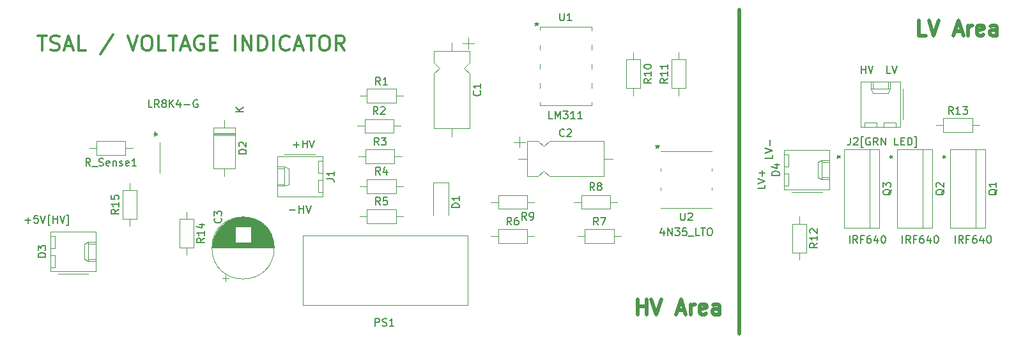
<source format=gbr>
%TF.GenerationSoftware,KiCad,Pcbnew,(6.0.2)*%
%TF.CreationDate,2022-03-20T13:20:32+09:00*%
%TF.ProjectId,TSAL&VOLTAGE_INDICATOR (1),5453414c-2656-44f4-9c54-4147455f494e,rev?*%
%TF.SameCoordinates,Original*%
%TF.FileFunction,Legend,Top*%
%TF.FilePolarity,Positive*%
%FSLAX46Y46*%
G04 Gerber Fmt 4.6, Leading zero omitted, Abs format (unit mm)*
G04 Created by KiCad (PCBNEW (6.0.2)) date 2022-03-20 13:20:32*
%MOMM*%
%LPD*%
G01*
G04 APERTURE LIST*
%ADD10C,0.500000*%
%ADD11C,0.300000*%
%ADD12C,0.150000*%
%ADD13C,0.120000*%
G04 APERTURE END LIST*
D10*
X146000000Y-141500000D02*
X146000000Y-98500000D01*
X132571428Y-138904761D02*
X132571428Y-136904761D01*
X132571428Y-137857142D02*
X133714285Y-137857142D01*
X133714285Y-138904761D02*
X133714285Y-136904761D01*
X134380952Y-136904761D02*
X135047619Y-138904761D01*
X135714285Y-136904761D01*
X137809523Y-138333333D02*
X138761904Y-138333333D01*
X137619047Y-138904761D02*
X138285714Y-136904761D01*
X138952380Y-138904761D01*
X139619047Y-138904761D02*
X139619047Y-137571428D01*
X139619047Y-137952380D02*
X139714285Y-137761904D01*
X139809523Y-137666666D01*
X140000000Y-137571428D01*
X140190476Y-137571428D01*
X141619047Y-138809523D02*
X141428571Y-138904761D01*
X141047619Y-138904761D01*
X140857142Y-138809523D01*
X140761904Y-138619047D01*
X140761904Y-137857142D01*
X140857142Y-137666666D01*
X141047619Y-137571428D01*
X141428571Y-137571428D01*
X141619047Y-137666666D01*
X141714285Y-137857142D01*
X141714285Y-138047619D01*
X140761904Y-138238095D01*
X143428571Y-138904761D02*
X143428571Y-137857142D01*
X143333333Y-137666666D01*
X143142857Y-137571428D01*
X142761904Y-137571428D01*
X142571428Y-137666666D01*
X143428571Y-138809523D02*
X143238095Y-138904761D01*
X142761904Y-138904761D01*
X142571428Y-138809523D01*
X142476190Y-138619047D01*
X142476190Y-138428571D01*
X142571428Y-138238095D01*
X142761904Y-138142857D01*
X143238095Y-138142857D01*
X143428571Y-138047619D01*
X170761904Y-101904761D02*
X169809523Y-101904761D01*
X169809523Y-99904761D01*
X171142857Y-99904761D02*
X171809523Y-101904761D01*
X172476190Y-99904761D01*
X174571428Y-101333333D02*
X175523809Y-101333333D01*
X174380952Y-101904761D02*
X175047619Y-99904761D01*
X175714285Y-101904761D01*
X176380952Y-101904761D02*
X176380952Y-100571428D01*
X176380952Y-100952380D02*
X176476190Y-100761904D01*
X176571428Y-100666666D01*
X176761904Y-100571428D01*
X176952380Y-100571428D01*
X178380952Y-101809523D02*
X178190476Y-101904761D01*
X177809523Y-101904761D01*
X177619047Y-101809523D01*
X177523809Y-101619047D01*
X177523809Y-100857142D01*
X177619047Y-100666666D01*
X177809523Y-100571428D01*
X178190476Y-100571428D01*
X178380952Y-100666666D01*
X178476190Y-100857142D01*
X178476190Y-101047619D01*
X177523809Y-101238095D01*
X180190476Y-101904761D02*
X180190476Y-100857142D01*
X180095238Y-100666666D01*
X179904761Y-100571428D01*
X179523809Y-100571428D01*
X179333333Y-100666666D01*
X180190476Y-101809523D02*
X180000000Y-101904761D01*
X179523809Y-101904761D01*
X179333333Y-101809523D01*
X179238095Y-101619047D01*
X179238095Y-101428571D01*
X179333333Y-101238095D01*
X179523809Y-101142857D01*
X180000000Y-101142857D01*
X180190476Y-101047619D01*
D11*
X53071428Y-101904761D02*
X54214285Y-101904761D01*
X53642857Y-103904761D02*
X53642857Y-101904761D01*
X54785714Y-103809523D02*
X55071428Y-103904761D01*
X55547619Y-103904761D01*
X55738095Y-103809523D01*
X55833333Y-103714285D01*
X55928571Y-103523809D01*
X55928571Y-103333333D01*
X55833333Y-103142857D01*
X55738095Y-103047619D01*
X55547619Y-102952380D01*
X55166666Y-102857142D01*
X54976190Y-102761904D01*
X54880952Y-102666666D01*
X54785714Y-102476190D01*
X54785714Y-102285714D01*
X54880952Y-102095238D01*
X54976190Y-102000000D01*
X55166666Y-101904761D01*
X55642857Y-101904761D01*
X55928571Y-102000000D01*
X56690476Y-103333333D02*
X57642857Y-103333333D01*
X56500000Y-103904761D02*
X57166666Y-101904761D01*
X57833333Y-103904761D01*
X59452380Y-103904761D02*
X58500000Y-103904761D01*
X58500000Y-101904761D01*
X63071428Y-101809523D02*
X61357142Y-104380952D01*
X64976190Y-101904761D02*
X65642857Y-103904761D01*
X66309523Y-101904761D01*
X67357142Y-101904761D02*
X67738095Y-101904761D01*
X67928571Y-102000000D01*
X68119047Y-102190476D01*
X68214285Y-102571428D01*
X68214285Y-103238095D01*
X68119047Y-103619047D01*
X67928571Y-103809523D01*
X67738095Y-103904761D01*
X67357142Y-103904761D01*
X67166666Y-103809523D01*
X66976190Y-103619047D01*
X66880952Y-103238095D01*
X66880952Y-102571428D01*
X66976190Y-102190476D01*
X67166666Y-102000000D01*
X67357142Y-101904761D01*
X70023809Y-103904761D02*
X69071428Y-103904761D01*
X69071428Y-101904761D01*
X70404761Y-101904761D02*
X71547619Y-101904761D01*
X70976190Y-103904761D02*
X70976190Y-101904761D01*
X72119047Y-103333333D02*
X73071428Y-103333333D01*
X71928571Y-103904761D02*
X72595238Y-101904761D01*
X73261904Y-103904761D01*
X74976190Y-102000000D02*
X74785714Y-101904761D01*
X74500000Y-101904761D01*
X74214285Y-102000000D01*
X74023809Y-102190476D01*
X73928571Y-102380952D01*
X73833333Y-102761904D01*
X73833333Y-103047619D01*
X73928571Y-103428571D01*
X74023809Y-103619047D01*
X74214285Y-103809523D01*
X74500000Y-103904761D01*
X74690476Y-103904761D01*
X74976190Y-103809523D01*
X75071428Y-103714285D01*
X75071428Y-103047619D01*
X74690476Y-103047619D01*
X75928571Y-102857142D02*
X76595238Y-102857142D01*
X76880952Y-103904761D02*
X75928571Y-103904761D01*
X75928571Y-101904761D01*
X76880952Y-101904761D01*
X79261904Y-103904761D02*
X79261904Y-101904761D01*
X80214285Y-103904761D02*
X80214285Y-101904761D01*
X81357142Y-103904761D01*
X81357142Y-101904761D01*
X82309523Y-103904761D02*
X82309523Y-101904761D01*
X82785714Y-101904761D01*
X83071428Y-102000000D01*
X83261904Y-102190476D01*
X83357142Y-102380952D01*
X83452380Y-102761904D01*
X83452380Y-103047619D01*
X83357142Y-103428571D01*
X83261904Y-103619047D01*
X83071428Y-103809523D01*
X82785714Y-103904761D01*
X82309523Y-103904761D01*
X84309523Y-103904761D02*
X84309523Y-101904761D01*
X86404761Y-103714285D02*
X86309523Y-103809523D01*
X86023809Y-103904761D01*
X85833333Y-103904761D01*
X85547619Y-103809523D01*
X85357142Y-103619047D01*
X85261904Y-103428571D01*
X85166666Y-103047619D01*
X85166666Y-102761904D01*
X85261904Y-102380952D01*
X85357142Y-102190476D01*
X85547619Y-102000000D01*
X85833333Y-101904761D01*
X86023809Y-101904761D01*
X86309523Y-102000000D01*
X86404761Y-102095238D01*
X87166666Y-103333333D02*
X88119047Y-103333333D01*
X86976190Y-103904761D02*
X87642857Y-101904761D01*
X88309523Y-103904761D01*
X88690476Y-101904761D02*
X89833333Y-101904761D01*
X89261904Y-103904761D02*
X89261904Y-101904761D01*
X90880952Y-101904761D02*
X91261904Y-101904761D01*
X91452380Y-102000000D01*
X91642857Y-102190476D01*
X91738095Y-102571428D01*
X91738095Y-103238095D01*
X91642857Y-103619047D01*
X91452380Y-103809523D01*
X91261904Y-103904761D01*
X90880952Y-103904761D01*
X90690476Y-103809523D01*
X90500000Y-103619047D01*
X90404761Y-103238095D01*
X90404761Y-102571428D01*
X90500000Y-102190476D01*
X90690476Y-102000000D01*
X90880952Y-101904761D01*
X93738095Y-103904761D02*
X93071428Y-102952380D01*
X92595238Y-103904761D02*
X92595238Y-101904761D01*
X93357142Y-101904761D01*
X93547619Y-102000000D01*
X93642857Y-102095238D01*
X93738095Y-102285714D01*
X93738095Y-102571428D01*
X93642857Y-102761904D01*
X93547619Y-102857142D01*
X93357142Y-102952380D01*
X92595238Y-102952380D01*
D12*
X149452380Y-121738095D02*
X149452380Y-122214285D01*
X148452380Y-122214285D01*
X148452380Y-121547619D02*
X149452380Y-121214285D01*
X148452380Y-120880952D01*
X149071428Y-120547619D02*
X149071428Y-119785714D01*
X149452380Y-120166666D02*
X148690476Y-120166666D01*
X51373863Y-126414428D02*
X52135767Y-126414428D01*
X51754815Y-126795380D02*
X51754815Y-126033476D01*
X53088148Y-125795380D02*
X52611958Y-125795380D01*
X52564339Y-126271571D01*
X52611958Y-126223952D01*
X52707196Y-126176333D01*
X52945291Y-126176333D01*
X53040529Y-126223952D01*
X53088148Y-126271571D01*
X53135767Y-126366809D01*
X53135767Y-126604904D01*
X53088148Y-126700142D01*
X53040529Y-126747761D01*
X52945291Y-126795380D01*
X52707196Y-126795380D01*
X52611958Y-126747761D01*
X52564339Y-126700142D01*
X53421482Y-125795380D02*
X53754815Y-126795380D01*
X54088148Y-125795380D01*
X54707196Y-127128714D02*
X54469101Y-127128714D01*
X54469101Y-125700142D01*
X54707196Y-125700142D01*
X55088148Y-126795380D02*
X55088148Y-125795380D01*
X55088148Y-126271571D02*
X55659577Y-126271571D01*
X55659577Y-126795380D02*
X55659577Y-125795380D01*
X55992910Y-125795380D02*
X56326244Y-126795380D01*
X56659577Y-125795380D01*
X56897672Y-127128714D02*
X57135767Y-127128714D01*
X57135767Y-125700142D01*
X56897672Y-125700142D01*
X86465291Y-125071428D02*
X87227196Y-125071428D01*
X87703386Y-125452380D02*
X87703386Y-124452380D01*
X87703386Y-124928571D02*
X88274815Y-124928571D01*
X88274815Y-125452380D02*
X88274815Y-124452380D01*
X88608148Y-124452380D02*
X88941482Y-125452380D01*
X89274815Y-124452380D01*
X162190476Y-106952380D02*
X162190476Y-105952380D01*
X162190476Y-106428571D02*
X162761904Y-106428571D01*
X162761904Y-106952380D02*
X162761904Y-105952380D01*
X163095238Y-105952380D02*
X163428571Y-106952380D01*
X163761904Y-105952380D01*
X166095238Y-106952380D02*
X165619047Y-106952380D01*
X165619047Y-105952380D01*
X166285714Y-105952380D02*
X166619047Y-106952380D01*
X166952380Y-105952380D01*
X86945291Y-116414428D02*
X87707196Y-116414428D01*
X87326244Y-116795380D02*
X87326244Y-116033476D01*
X88183386Y-116795380D02*
X88183386Y-115795380D01*
X88183386Y-116271571D02*
X88754815Y-116271571D01*
X88754815Y-116795380D02*
X88754815Y-115795380D01*
X89088148Y-115795380D02*
X89421482Y-116795380D01*
X89754815Y-115795380D01*
X150452380Y-117738095D02*
X150452380Y-118214285D01*
X149452380Y-118214285D01*
X149452380Y-117547619D02*
X150452380Y-117214285D01*
X149452380Y-116880952D01*
X150071428Y-116547619D02*
X150071428Y-115785714D01*
%TO.C,J2[GRN LED]*%
X160738095Y-115452380D02*
X160738095Y-116166666D01*
X160690476Y-116309523D01*
X160595238Y-116404761D01*
X160452380Y-116452380D01*
X160357142Y-116452380D01*
X161166666Y-115547619D02*
X161214285Y-115500000D01*
X161309523Y-115452380D01*
X161547619Y-115452380D01*
X161642857Y-115500000D01*
X161690476Y-115547619D01*
X161738095Y-115642857D01*
X161738095Y-115738095D01*
X161690476Y-115880952D01*
X161119047Y-116452380D01*
X161738095Y-116452380D01*
X162452380Y-116785714D02*
X162214285Y-116785714D01*
X162214285Y-115357142D01*
X162452380Y-115357142D01*
X163357142Y-115500000D02*
X163261904Y-115452380D01*
X163119047Y-115452380D01*
X162976190Y-115500000D01*
X162880952Y-115595238D01*
X162833333Y-115690476D01*
X162785714Y-115880952D01*
X162785714Y-116023809D01*
X162833333Y-116214285D01*
X162880952Y-116309523D01*
X162976190Y-116404761D01*
X163119047Y-116452380D01*
X163214285Y-116452380D01*
X163357142Y-116404761D01*
X163404761Y-116357142D01*
X163404761Y-116023809D01*
X163214285Y-116023809D01*
X164404761Y-116452380D02*
X164071428Y-115976190D01*
X163833333Y-116452380D02*
X163833333Y-115452380D01*
X164214285Y-115452380D01*
X164309523Y-115500000D01*
X164357142Y-115547619D01*
X164404761Y-115642857D01*
X164404761Y-115785714D01*
X164357142Y-115880952D01*
X164309523Y-115928571D01*
X164214285Y-115976190D01*
X163833333Y-115976190D01*
X164833333Y-116452380D02*
X164833333Y-115452380D01*
X165404761Y-116452380D01*
X165404761Y-115452380D01*
X167119047Y-116452380D02*
X166642857Y-116452380D01*
X166642857Y-115452380D01*
X167452380Y-115928571D02*
X167785714Y-115928571D01*
X167928571Y-116452380D02*
X167452380Y-116452380D01*
X167452380Y-115452380D01*
X167928571Y-115452380D01*
X168357142Y-116452380D02*
X168357142Y-115452380D01*
X168595238Y-115452380D01*
X168738095Y-115500000D01*
X168833333Y-115595238D01*
X168880952Y-115690476D01*
X168928571Y-115880952D01*
X168928571Y-116023809D01*
X168880952Y-116214285D01*
X168833333Y-116309523D01*
X168738095Y-116404761D01*
X168595238Y-116452380D01*
X168357142Y-116452380D01*
X169261904Y-116785714D02*
X169500000Y-116785714D01*
X169500000Y-115357142D01*
X169261904Y-115357142D01*
%TO.C,PS1*%
X97785714Y-140452380D02*
X97785714Y-139452380D01*
X98166666Y-139452380D01*
X98261904Y-139500000D01*
X98309523Y-139547619D01*
X98357142Y-139642857D01*
X98357142Y-139785714D01*
X98309523Y-139880952D01*
X98261904Y-139928571D01*
X98166666Y-139976190D01*
X97785714Y-139976190D01*
X98738095Y-140404761D02*
X98880952Y-140452380D01*
X99119047Y-140452380D01*
X99214285Y-140404761D01*
X99261904Y-140357142D01*
X99309523Y-140261904D01*
X99309523Y-140166666D01*
X99261904Y-140071428D01*
X99214285Y-140023809D01*
X99119047Y-139976190D01*
X98928571Y-139928571D01*
X98833333Y-139880952D01*
X98785714Y-139833333D01*
X98738095Y-139738095D01*
X98738095Y-139642857D01*
X98785714Y-139547619D01*
X98833333Y-139500000D01*
X98928571Y-139452380D01*
X99166666Y-139452380D01*
X99309523Y-139500000D01*
X100261904Y-140452380D02*
X99690476Y-140452380D01*
X99976190Y-140452380D02*
X99976190Y-139452380D01*
X99880952Y-139595238D01*
X99785714Y-139690476D01*
X99690476Y-139738095D01*
%TO.C,R13*%
X174357142Y-112342380D02*
X174023809Y-111866190D01*
X173785714Y-112342380D02*
X173785714Y-111342380D01*
X174166666Y-111342380D01*
X174261904Y-111390000D01*
X174309523Y-111437619D01*
X174357142Y-111532857D01*
X174357142Y-111675714D01*
X174309523Y-111770952D01*
X174261904Y-111818571D01*
X174166666Y-111866190D01*
X173785714Y-111866190D01*
X175309523Y-112342380D02*
X174738095Y-112342380D01*
X175023809Y-112342380D02*
X175023809Y-111342380D01*
X174928571Y-111485238D01*
X174833333Y-111580476D01*
X174738095Y-111628095D01*
X175642857Y-111342380D02*
X176261904Y-111342380D01*
X175928571Y-111723333D01*
X176071428Y-111723333D01*
X176166666Y-111770952D01*
X176214285Y-111818571D01*
X176261904Y-111913809D01*
X176261904Y-112151904D01*
X176214285Y-112247142D01*
X176166666Y-112294761D01*
X176071428Y-112342380D01*
X175785714Y-112342380D01*
X175690476Y-112294761D01*
X175642857Y-112247142D01*
%TO.C,R15*%
X63810980Y-124985857D02*
X63334790Y-125319190D01*
X63810980Y-125557285D02*
X62810980Y-125557285D01*
X62810980Y-125176333D01*
X62858600Y-125081095D01*
X62906219Y-125033476D01*
X63001457Y-124985857D01*
X63144314Y-124985857D01*
X63239552Y-125033476D01*
X63287171Y-125081095D01*
X63334790Y-125176333D01*
X63334790Y-125557285D01*
X63810980Y-124033476D02*
X63810980Y-124604904D01*
X63810980Y-124319190D02*
X62810980Y-124319190D01*
X62953838Y-124414428D01*
X63049076Y-124509666D01*
X63096695Y-124604904D01*
X62810980Y-123128714D02*
X62810980Y-123604904D01*
X63287171Y-123652523D01*
X63239552Y-123604904D01*
X63191933Y-123509666D01*
X63191933Y-123271571D01*
X63239552Y-123176333D01*
X63287171Y-123128714D01*
X63382409Y-123081095D01*
X63620504Y-123081095D01*
X63715742Y-123128714D01*
X63763361Y-123176333D01*
X63810980Y-123271571D01*
X63810980Y-123509666D01*
X63763361Y-123604904D01*
X63715742Y-123652523D01*
%TO.C,R11*%
X136532380Y-107642857D02*
X136056190Y-107976190D01*
X136532380Y-108214285D02*
X135532380Y-108214285D01*
X135532380Y-107833333D01*
X135580000Y-107738095D01*
X135627619Y-107690476D01*
X135722857Y-107642857D01*
X135865714Y-107642857D01*
X135960952Y-107690476D01*
X136008571Y-107738095D01*
X136056190Y-107833333D01*
X136056190Y-108214285D01*
X136532380Y-106690476D02*
X136532380Y-107261904D01*
X136532380Y-106976190D02*
X135532380Y-106976190D01*
X135675238Y-107071428D01*
X135770476Y-107166666D01*
X135818095Y-107261904D01*
X136532380Y-105738095D02*
X136532380Y-106309523D01*
X136532380Y-106023809D02*
X135532380Y-106023809D01*
X135675238Y-106119047D01*
X135770476Y-106214285D01*
X135818095Y-106309523D01*
%TO.C,D3*%
X54110980Y-131311095D02*
X53110980Y-131311095D01*
X53110980Y-131073000D01*
X53158600Y-130930142D01*
X53253838Y-130834904D01*
X53349076Y-130787285D01*
X53539552Y-130739666D01*
X53682409Y-130739666D01*
X53872885Y-130787285D01*
X53968123Y-130834904D01*
X54063361Y-130930142D01*
X54110980Y-131073000D01*
X54110980Y-131311095D01*
X53110980Y-130406333D02*
X53110980Y-129787285D01*
X53491933Y-130120619D01*
X53491933Y-129977761D01*
X53539552Y-129882523D01*
X53587171Y-129834904D01*
X53682409Y-129787285D01*
X53920504Y-129787285D01*
X54015742Y-129834904D01*
X54063361Y-129882523D01*
X54110980Y-129977761D01*
X54110980Y-130263476D01*
X54063361Y-130358714D01*
X54015742Y-130406333D01*
%TO.C,R10*%
X134372380Y-107642857D02*
X133896190Y-107976190D01*
X134372380Y-108214285D02*
X133372380Y-108214285D01*
X133372380Y-107833333D01*
X133420000Y-107738095D01*
X133467619Y-107690476D01*
X133562857Y-107642857D01*
X133705714Y-107642857D01*
X133800952Y-107690476D01*
X133848571Y-107738095D01*
X133896190Y-107833333D01*
X133896190Y-108214285D01*
X134372380Y-106690476D02*
X134372380Y-107261904D01*
X134372380Y-106976190D02*
X133372380Y-106976190D01*
X133515238Y-107071428D01*
X133610476Y-107166666D01*
X133658095Y-107261904D01*
X133372380Y-106071428D02*
X133372380Y-105976190D01*
X133420000Y-105880952D01*
X133467619Y-105833333D01*
X133562857Y-105785714D01*
X133753333Y-105738095D01*
X133991428Y-105738095D01*
X134181904Y-105785714D01*
X134277142Y-105833333D01*
X134324761Y-105880952D01*
X134372380Y-105976190D01*
X134372380Y-106071428D01*
X134324761Y-106166666D01*
X134277142Y-106214285D01*
X134181904Y-106261904D01*
X133991428Y-106309523D01*
X133753333Y-106309523D01*
X133562857Y-106261904D01*
X133467619Y-106214285D01*
X133420000Y-106166666D01*
X133372380Y-106071428D01*
%TO.C,D4*%
X151332380Y-120468095D02*
X150332380Y-120468095D01*
X150332380Y-120230000D01*
X150380000Y-120087142D01*
X150475238Y-119991904D01*
X150570476Y-119944285D01*
X150760952Y-119896666D01*
X150903809Y-119896666D01*
X151094285Y-119944285D01*
X151189523Y-119991904D01*
X151284761Y-120087142D01*
X151332380Y-120230000D01*
X151332380Y-120468095D01*
X150665714Y-119039523D02*
X151332380Y-119039523D01*
X150284761Y-119277619D02*
X150999047Y-119515714D01*
X150999047Y-118896666D01*
%TO.C,R_Sense1*%
X60040504Y-119215380D02*
X59707171Y-118739190D01*
X59469076Y-119215380D02*
X59469076Y-118215380D01*
X59850028Y-118215380D01*
X59945266Y-118263000D01*
X59992885Y-118310619D01*
X60040504Y-118405857D01*
X60040504Y-118548714D01*
X59992885Y-118643952D01*
X59945266Y-118691571D01*
X59850028Y-118739190D01*
X59469076Y-118739190D01*
X60230980Y-119310619D02*
X60992885Y-119310619D01*
X61183361Y-119167761D02*
X61326219Y-119215380D01*
X61564314Y-119215380D01*
X61659552Y-119167761D01*
X61707171Y-119120142D01*
X61754790Y-119024904D01*
X61754790Y-118929666D01*
X61707171Y-118834428D01*
X61659552Y-118786809D01*
X61564314Y-118739190D01*
X61373838Y-118691571D01*
X61278600Y-118643952D01*
X61230980Y-118596333D01*
X61183361Y-118501095D01*
X61183361Y-118405857D01*
X61230980Y-118310619D01*
X61278600Y-118263000D01*
X61373838Y-118215380D01*
X61611933Y-118215380D01*
X61754790Y-118263000D01*
X62564314Y-119167761D02*
X62469076Y-119215380D01*
X62278600Y-119215380D01*
X62183361Y-119167761D01*
X62135742Y-119072523D01*
X62135742Y-118691571D01*
X62183361Y-118596333D01*
X62278600Y-118548714D01*
X62469076Y-118548714D01*
X62564314Y-118596333D01*
X62611933Y-118691571D01*
X62611933Y-118786809D01*
X62135742Y-118882047D01*
X63040504Y-118548714D02*
X63040504Y-119215380D01*
X63040504Y-118643952D02*
X63088123Y-118596333D01*
X63183361Y-118548714D01*
X63326219Y-118548714D01*
X63421457Y-118596333D01*
X63469076Y-118691571D01*
X63469076Y-119215380D01*
X63897647Y-119167761D02*
X63992885Y-119215380D01*
X64183361Y-119215380D01*
X64278600Y-119167761D01*
X64326219Y-119072523D01*
X64326219Y-119024904D01*
X64278600Y-118929666D01*
X64183361Y-118882047D01*
X64040504Y-118882047D01*
X63945266Y-118834428D01*
X63897647Y-118739190D01*
X63897647Y-118691571D01*
X63945266Y-118596333D01*
X64040504Y-118548714D01*
X64183361Y-118548714D01*
X64278600Y-118596333D01*
X65135742Y-119167761D02*
X65040504Y-119215380D01*
X64850028Y-119215380D01*
X64754790Y-119167761D01*
X64707171Y-119072523D01*
X64707171Y-118691571D01*
X64754790Y-118596333D01*
X64850028Y-118548714D01*
X65040504Y-118548714D01*
X65135742Y-118596333D01*
X65183361Y-118691571D01*
X65183361Y-118786809D01*
X64707171Y-118882047D01*
X66135742Y-119215380D02*
X65564314Y-119215380D01*
X65850028Y-119215380D02*
X65850028Y-118215380D01*
X65754790Y-118358238D01*
X65659552Y-118453476D01*
X65564314Y-118501095D01*
%TO.C,R5*%
X98453333Y-124369880D02*
X98120000Y-123893690D01*
X97881904Y-124369880D02*
X97881904Y-123369880D01*
X98262857Y-123369880D01*
X98358095Y-123417500D01*
X98405714Y-123465119D01*
X98453333Y-123560357D01*
X98453333Y-123703214D01*
X98405714Y-123798452D01*
X98358095Y-123846071D01*
X98262857Y-123893690D01*
X97881904Y-123893690D01*
X99358095Y-123369880D02*
X98881904Y-123369880D01*
X98834285Y-123846071D01*
X98881904Y-123798452D01*
X98977142Y-123750833D01*
X99215238Y-123750833D01*
X99310476Y-123798452D01*
X99358095Y-123846071D01*
X99405714Y-123941309D01*
X99405714Y-124179404D01*
X99358095Y-124274642D01*
X99310476Y-124322261D01*
X99215238Y-124369880D01*
X98977142Y-124369880D01*
X98881904Y-124322261D01*
X98834285Y-124274642D01*
%TO.C,R9*%
X117833333Y-126372380D02*
X117500000Y-125896190D01*
X117261904Y-126372380D02*
X117261904Y-125372380D01*
X117642857Y-125372380D01*
X117738095Y-125420000D01*
X117785714Y-125467619D01*
X117833333Y-125562857D01*
X117833333Y-125705714D01*
X117785714Y-125800952D01*
X117738095Y-125848571D01*
X117642857Y-125896190D01*
X117261904Y-125896190D01*
X118309523Y-126372380D02*
X118500000Y-126372380D01*
X118595238Y-126324761D01*
X118642857Y-126277142D01*
X118738095Y-126134285D01*
X118785714Y-125943809D01*
X118785714Y-125562857D01*
X118738095Y-125467619D01*
X118690476Y-125420000D01*
X118595238Y-125372380D01*
X118404761Y-125372380D01*
X118309523Y-125420000D01*
X118261904Y-125467619D01*
X118214285Y-125562857D01*
X118214285Y-125800952D01*
X118261904Y-125896190D01*
X118309523Y-125943809D01*
X118404761Y-125991428D01*
X118595238Y-125991428D01*
X118690476Y-125943809D01*
X118738095Y-125896190D01*
X118785714Y-125800952D01*
%TO.C,C2*%
X122833333Y-115229642D02*
X122785714Y-115277261D01*
X122642857Y-115324880D01*
X122547619Y-115324880D01*
X122404761Y-115277261D01*
X122309523Y-115182023D01*
X122261904Y-115086785D01*
X122214285Y-114896309D01*
X122214285Y-114753452D01*
X122261904Y-114562976D01*
X122309523Y-114467738D01*
X122404761Y-114372500D01*
X122547619Y-114324880D01*
X122642857Y-114324880D01*
X122785714Y-114372500D01*
X122833333Y-114420119D01*
X123214285Y-114420119D02*
X123261904Y-114372500D01*
X123357142Y-114324880D01*
X123595238Y-114324880D01*
X123690476Y-114372500D01*
X123738095Y-114420119D01*
X123785714Y-114515357D01*
X123785714Y-114610595D01*
X123738095Y-114753452D01*
X123166666Y-115324880D01*
X123785714Y-115324880D01*
%TO.C,Q3*%
X166195319Y-122328838D02*
X166147700Y-122424076D01*
X166052461Y-122519314D01*
X165909604Y-122662171D01*
X165861985Y-122757409D01*
X165861985Y-122852647D01*
X166100080Y-122805028D02*
X166052461Y-122900266D01*
X165957223Y-122995504D01*
X165766747Y-123043123D01*
X165433414Y-123043123D01*
X165242938Y-122995504D01*
X165147700Y-122900266D01*
X165100080Y-122805028D01*
X165100080Y-122614552D01*
X165147700Y-122519314D01*
X165242938Y-122424076D01*
X165433414Y-122376457D01*
X165766747Y-122376457D01*
X165957223Y-122424076D01*
X166052461Y-122519314D01*
X166100080Y-122614552D01*
X166100080Y-122805028D01*
X165100080Y-122043123D02*
X165100080Y-121424076D01*
X165481033Y-121757409D01*
X165481033Y-121614552D01*
X165528652Y-121519314D01*
X165576271Y-121471695D01*
X165671509Y-121424076D01*
X165909604Y-121424076D01*
X166004842Y-121471695D01*
X166052461Y-121519314D01*
X166100080Y-121614552D01*
X166100080Y-121900266D01*
X166052461Y-121995504D01*
X166004842Y-122043123D01*
X174642857Y-129452380D02*
X174642857Y-128452380D01*
X175690476Y-129452380D02*
X175357142Y-128976190D01*
X175119047Y-129452380D02*
X175119047Y-128452380D01*
X175500000Y-128452380D01*
X175595238Y-128500000D01*
X175642857Y-128547619D01*
X175690476Y-128642857D01*
X175690476Y-128785714D01*
X175642857Y-128880952D01*
X175595238Y-128928571D01*
X175500000Y-128976190D01*
X175119047Y-128976190D01*
X176452380Y-128928571D02*
X176119047Y-128928571D01*
X176119047Y-129452380D02*
X176119047Y-128452380D01*
X176595238Y-128452380D01*
X177404761Y-128452380D02*
X177214285Y-128452380D01*
X177119047Y-128500000D01*
X177071428Y-128547619D01*
X176976190Y-128690476D01*
X176928571Y-128880952D01*
X176928571Y-129261904D01*
X176976190Y-129357142D01*
X177023809Y-129404761D01*
X177119047Y-129452380D01*
X177309523Y-129452380D01*
X177404761Y-129404761D01*
X177452380Y-129357142D01*
X177500000Y-129261904D01*
X177500000Y-129023809D01*
X177452380Y-128928571D01*
X177404761Y-128880952D01*
X177309523Y-128833333D01*
X177119047Y-128833333D01*
X177023809Y-128880952D01*
X176976190Y-128928571D01*
X176928571Y-129023809D01*
X178357142Y-128785714D02*
X178357142Y-129452380D01*
X178119047Y-128404761D02*
X177880952Y-129119047D01*
X178500000Y-129119047D01*
X179071428Y-128452380D02*
X179166666Y-128452380D01*
X179261904Y-128500000D01*
X179309523Y-128547619D01*
X179357142Y-128642857D01*
X179404761Y-128833333D01*
X179404761Y-129071428D01*
X179357142Y-129261904D01*
X179309523Y-129357142D01*
X179261904Y-129404761D01*
X179166666Y-129452380D01*
X179071428Y-129452380D01*
X178976190Y-129404761D01*
X178928571Y-129357142D01*
X178880952Y-129261904D01*
X178833333Y-129071428D01*
X178833333Y-128833333D01*
X178880952Y-128642857D01*
X178928571Y-128547619D01*
X178976190Y-128500000D01*
X179071428Y-128452380D01*
X158952380Y-118000000D02*
X159190476Y-118000000D01*
X159095238Y-118238095D02*
X159190476Y-118000000D01*
X159095238Y-117761904D01*
X159380952Y-118142857D02*
X159190476Y-118000000D01*
X159380952Y-117857142D01*
%TO.C,R1*%
X98453333Y-108449880D02*
X98120000Y-107973690D01*
X97881904Y-108449880D02*
X97881904Y-107449880D01*
X98262857Y-107449880D01*
X98358095Y-107497500D01*
X98405714Y-107545119D01*
X98453333Y-107640357D01*
X98453333Y-107783214D01*
X98405714Y-107878452D01*
X98358095Y-107926071D01*
X98262857Y-107973690D01*
X97881904Y-107973690D01*
X99405714Y-108449880D02*
X98834285Y-108449880D01*
X99120000Y-108449880D02*
X99120000Y-107449880D01*
X99024761Y-107592738D01*
X98929523Y-107687976D01*
X98834285Y-107735595D01*
%TO.C,R7*%
X127333333Y-127032380D02*
X127000000Y-126556190D01*
X126761904Y-127032380D02*
X126761904Y-126032380D01*
X127142857Y-126032380D01*
X127238095Y-126080000D01*
X127285714Y-126127619D01*
X127333333Y-126222857D01*
X127333333Y-126365714D01*
X127285714Y-126460952D01*
X127238095Y-126508571D01*
X127142857Y-126556190D01*
X126761904Y-126556190D01*
X127666666Y-126032380D02*
X128333333Y-126032380D01*
X127904761Y-127032380D01*
%TO.C,R2*%
X98143333Y-112369880D02*
X97810000Y-111893690D01*
X97571904Y-112369880D02*
X97571904Y-111369880D01*
X97952857Y-111369880D01*
X98048095Y-111417500D01*
X98095714Y-111465119D01*
X98143333Y-111560357D01*
X98143333Y-111703214D01*
X98095714Y-111798452D01*
X98048095Y-111846071D01*
X97952857Y-111893690D01*
X97571904Y-111893690D01*
X98524285Y-111465119D02*
X98571904Y-111417500D01*
X98667142Y-111369880D01*
X98905238Y-111369880D01*
X99000476Y-111417500D01*
X99048095Y-111465119D01*
X99095714Y-111560357D01*
X99095714Y-111655595D01*
X99048095Y-111798452D01*
X98476666Y-112369880D01*
X99095714Y-112369880D01*
%TO.C,R6*%
X115833333Y-127032380D02*
X115500000Y-126556190D01*
X115261904Y-127032380D02*
X115261904Y-126032380D01*
X115642857Y-126032380D01*
X115738095Y-126080000D01*
X115785714Y-126127619D01*
X115833333Y-126222857D01*
X115833333Y-126365714D01*
X115785714Y-126460952D01*
X115738095Y-126508571D01*
X115642857Y-126556190D01*
X115261904Y-126556190D01*
X116690476Y-126032380D02*
X116500000Y-126032380D01*
X116404761Y-126080000D01*
X116357142Y-126127619D01*
X116261904Y-126270476D01*
X116214285Y-126460952D01*
X116214285Y-126841904D01*
X116261904Y-126937142D01*
X116309523Y-126984761D01*
X116404761Y-127032380D01*
X116595238Y-127032380D01*
X116690476Y-126984761D01*
X116738095Y-126937142D01*
X116785714Y-126841904D01*
X116785714Y-126603809D01*
X116738095Y-126508571D01*
X116690476Y-126460952D01*
X116595238Y-126413333D01*
X116404761Y-126413333D01*
X116309523Y-126460952D01*
X116261904Y-126508571D01*
X116214285Y-126603809D01*
%TO.C,C1*%
X111677142Y-109266666D02*
X111724761Y-109314285D01*
X111772380Y-109457142D01*
X111772380Y-109552380D01*
X111724761Y-109695238D01*
X111629523Y-109790476D01*
X111534285Y-109838095D01*
X111343809Y-109885714D01*
X111200952Y-109885714D01*
X111010476Y-109838095D01*
X110915238Y-109790476D01*
X110820000Y-109695238D01*
X110772380Y-109552380D01*
X110772380Y-109457142D01*
X110820000Y-109314285D01*
X110867619Y-109266666D01*
X111772380Y-108314285D02*
X111772380Y-108885714D01*
X111772380Y-108600000D02*
X110772380Y-108600000D01*
X110915238Y-108695238D01*
X111010476Y-108790476D01*
X111058095Y-108885714D01*
%TO.C,Q1*%
X180195319Y-122328838D02*
X180147700Y-122424076D01*
X180052461Y-122519314D01*
X179909604Y-122662171D01*
X179861985Y-122757409D01*
X179861985Y-122852647D01*
X180100080Y-122805028D02*
X180052461Y-122900266D01*
X179957223Y-122995504D01*
X179766747Y-123043123D01*
X179433414Y-123043123D01*
X179242938Y-122995504D01*
X179147700Y-122900266D01*
X179100080Y-122805028D01*
X179100080Y-122614552D01*
X179147700Y-122519314D01*
X179242938Y-122424076D01*
X179433414Y-122376457D01*
X179766747Y-122376457D01*
X179957223Y-122424076D01*
X180052461Y-122519314D01*
X180100080Y-122614552D01*
X180100080Y-122805028D01*
X180100080Y-121424076D02*
X180100080Y-121995504D01*
X180100080Y-121709790D02*
X179100080Y-121709790D01*
X179242938Y-121805028D01*
X179338176Y-121900266D01*
X179385795Y-121995504D01*
X160642857Y-129452380D02*
X160642857Y-128452380D01*
X161690476Y-129452380D02*
X161357142Y-128976190D01*
X161119047Y-129452380D02*
X161119047Y-128452380D01*
X161500000Y-128452380D01*
X161595238Y-128500000D01*
X161642857Y-128547619D01*
X161690476Y-128642857D01*
X161690476Y-128785714D01*
X161642857Y-128880952D01*
X161595238Y-128928571D01*
X161500000Y-128976190D01*
X161119047Y-128976190D01*
X162452380Y-128928571D02*
X162119047Y-128928571D01*
X162119047Y-129452380D02*
X162119047Y-128452380D01*
X162595238Y-128452380D01*
X163404761Y-128452380D02*
X163214285Y-128452380D01*
X163119047Y-128500000D01*
X163071428Y-128547619D01*
X162976190Y-128690476D01*
X162928571Y-128880952D01*
X162928571Y-129261904D01*
X162976190Y-129357142D01*
X163023809Y-129404761D01*
X163119047Y-129452380D01*
X163309523Y-129452380D01*
X163404761Y-129404761D01*
X163452380Y-129357142D01*
X163500000Y-129261904D01*
X163500000Y-129023809D01*
X163452380Y-128928571D01*
X163404761Y-128880952D01*
X163309523Y-128833333D01*
X163119047Y-128833333D01*
X163023809Y-128880952D01*
X162976190Y-128928571D01*
X162928571Y-129023809D01*
X164357142Y-128785714D02*
X164357142Y-129452380D01*
X164119047Y-128404761D02*
X163880952Y-129119047D01*
X164500000Y-129119047D01*
X165071428Y-128452380D02*
X165166666Y-128452380D01*
X165261904Y-128500000D01*
X165309523Y-128547619D01*
X165357142Y-128642857D01*
X165404761Y-128833333D01*
X165404761Y-129071428D01*
X165357142Y-129261904D01*
X165309523Y-129357142D01*
X165261904Y-129404761D01*
X165166666Y-129452380D01*
X165071428Y-129452380D01*
X164976190Y-129404761D01*
X164928571Y-129357142D01*
X164880952Y-129261904D01*
X164833333Y-129071428D01*
X164833333Y-128833333D01*
X164880952Y-128642857D01*
X164928571Y-128547619D01*
X164976190Y-128500000D01*
X165071428Y-128452380D01*
X172952380Y-118000000D02*
X173190476Y-118000000D01*
X173095238Y-118238095D02*
X173190476Y-118000000D01*
X173095238Y-117761904D01*
X173380952Y-118142857D02*
X173190476Y-118000000D01*
X173380952Y-117857142D01*
%TO.C,U2*%
X138238095Y-125452380D02*
X138238095Y-126261904D01*
X138285714Y-126357142D01*
X138333333Y-126404761D01*
X138428571Y-126452380D01*
X138619047Y-126452380D01*
X138714285Y-126404761D01*
X138761904Y-126357142D01*
X138809523Y-126261904D01*
X138809523Y-125452380D01*
X139238095Y-125547619D02*
X139285714Y-125500000D01*
X139380952Y-125452380D01*
X139619047Y-125452380D01*
X139714285Y-125500000D01*
X139761904Y-125547619D01*
X139809523Y-125642857D01*
X139809523Y-125738095D01*
X139761904Y-125880952D01*
X139190476Y-126452380D01*
X139809523Y-126452380D01*
X136023809Y-127785714D02*
X136023809Y-128452380D01*
X135785714Y-127404761D02*
X135547619Y-128119047D01*
X136166666Y-128119047D01*
X136547619Y-128452380D02*
X136547619Y-127452380D01*
X137119047Y-128452380D01*
X137119047Y-127452380D01*
X137500000Y-127452380D02*
X138119047Y-127452380D01*
X137785714Y-127833333D01*
X137928571Y-127833333D01*
X138023809Y-127880952D01*
X138071428Y-127928571D01*
X138119047Y-128023809D01*
X138119047Y-128261904D01*
X138071428Y-128357142D01*
X138023809Y-128404761D01*
X137928571Y-128452380D01*
X137642857Y-128452380D01*
X137547619Y-128404761D01*
X137500000Y-128357142D01*
X139023809Y-127452380D02*
X138547619Y-127452380D01*
X138500000Y-127928571D01*
X138547619Y-127880952D01*
X138642857Y-127833333D01*
X138880952Y-127833333D01*
X138976190Y-127880952D01*
X139023809Y-127928571D01*
X139071428Y-128023809D01*
X139071428Y-128261904D01*
X139023809Y-128357142D01*
X138976190Y-128404761D01*
X138880952Y-128452380D01*
X138642857Y-128452380D01*
X138547619Y-128404761D01*
X138500000Y-128357142D01*
X139261904Y-128547619D02*
X140023809Y-128547619D01*
X140738095Y-128452380D02*
X140261904Y-128452380D01*
X140261904Y-127452380D01*
X140928571Y-127452380D02*
X141500000Y-127452380D01*
X141214285Y-128452380D02*
X141214285Y-127452380D01*
X142023809Y-127452380D02*
X142214285Y-127452380D01*
X142309523Y-127500000D01*
X142404761Y-127595238D01*
X142452380Y-127785714D01*
X142452380Y-128119047D01*
X142404761Y-128309523D01*
X142309523Y-128404761D01*
X142214285Y-128452380D01*
X142023809Y-128452380D01*
X141928571Y-128404761D01*
X141833333Y-128309523D01*
X141785714Y-128119047D01*
X141785714Y-127785714D01*
X141833333Y-127595238D01*
X141928571Y-127500000D01*
X142023809Y-127452380D01*
X135190000Y-116401080D02*
X135190000Y-116639176D01*
X134951904Y-116543938D02*
X135190000Y-116639176D01*
X135428095Y-116543938D01*
X135047142Y-116829652D02*
X135190000Y-116639176D01*
X135332857Y-116829652D01*
%TO.C,R14*%
X75150980Y-128795857D02*
X74674790Y-129129190D01*
X75150980Y-129367285D02*
X74150980Y-129367285D01*
X74150980Y-128986333D01*
X74198600Y-128891095D01*
X74246219Y-128843476D01*
X74341457Y-128795857D01*
X74484314Y-128795857D01*
X74579552Y-128843476D01*
X74627171Y-128891095D01*
X74674790Y-128986333D01*
X74674790Y-129367285D01*
X75150980Y-127843476D02*
X75150980Y-128414904D01*
X75150980Y-128129190D02*
X74150980Y-128129190D01*
X74293838Y-128224428D01*
X74389076Y-128319666D01*
X74436695Y-128414904D01*
X74484314Y-126986333D02*
X75150980Y-126986333D01*
X74103361Y-127224428D02*
X74817647Y-127462523D01*
X74817647Y-126843476D01*
%TO.C,Q2*%
X173195319Y-122328838D02*
X173147700Y-122424076D01*
X173052461Y-122519314D01*
X172909604Y-122662171D01*
X172861985Y-122757409D01*
X172861985Y-122852647D01*
X173100080Y-122805028D02*
X173052461Y-122900266D01*
X172957223Y-122995504D01*
X172766747Y-123043123D01*
X172433414Y-123043123D01*
X172242938Y-122995504D01*
X172147700Y-122900266D01*
X172100080Y-122805028D01*
X172100080Y-122614552D01*
X172147700Y-122519314D01*
X172242938Y-122424076D01*
X172433414Y-122376457D01*
X172766747Y-122376457D01*
X172957223Y-122424076D01*
X173052461Y-122519314D01*
X173100080Y-122614552D01*
X173100080Y-122805028D01*
X172195319Y-121995504D02*
X172147700Y-121947885D01*
X172100080Y-121852647D01*
X172100080Y-121614552D01*
X172147700Y-121519314D01*
X172195319Y-121471695D01*
X172290557Y-121424076D01*
X172385795Y-121424076D01*
X172528652Y-121471695D01*
X173100080Y-122043123D01*
X173100080Y-121424076D01*
X167642857Y-129452380D02*
X167642857Y-128452380D01*
X168690476Y-129452380D02*
X168357142Y-128976190D01*
X168119047Y-129452380D02*
X168119047Y-128452380D01*
X168500000Y-128452380D01*
X168595238Y-128500000D01*
X168642857Y-128547619D01*
X168690476Y-128642857D01*
X168690476Y-128785714D01*
X168642857Y-128880952D01*
X168595238Y-128928571D01*
X168500000Y-128976190D01*
X168119047Y-128976190D01*
X169452380Y-128928571D02*
X169119047Y-128928571D01*
X169119047Y-129452380D02*
X169119047Y-128452380D01*
X169595238Y-128452380D01*
X170404761Y-128452380D02*
X170214285Y-128452380D01*
X170119047Y-128500000D01*
X170071428Y-128547619D01*
X169976190Y-128690476D01*
X169928571Y-128880952D01*
X169928571Y-129261904D01*
X169976190Y-129357142D01*
X170023809Y-129404761D01*
X170119047Y-129452380D01*
X170309523Y-129452380D01*
X170404761Y-129404761D01*
X170452380Y-129357142D01*
X170500000Y-129261904D01*
X170500000Y-129023809D01*
X170452380Y-128928571D01*
X170404761Y-128880952D01*
X170309523Y-128833333D01*
X170119047Y-128833333D01*
X170023809Y-128880952D01*
X169976190Y-128928571D01*
X169928571Y-129023809D01*
X171357142Y-128785714D02*
X171357142Y-129452380D01*
X171119047Y-128404761D02*
X170880952Y-129119047D01*
X171500000Y-129119047D01*
X172071428Y-128452380D02*
X172166666Y-128452380D01*
X172261904Y-128500000D01*
X172309523Y-128547619D01*
X172357142Y-128642857D01*
X172404761Y-128833333D01*
X172404761Y-129071428D01*
X172357142Y-129261904D01*
X172309523Y-129357142D01*
X172261904Y-129404761D01*
X172166666Y-129452380D01*
X172071428Y-129452380D01*
X171976190Y-129404761D01*
X171928571Y-129357142D01*
X171880952Y-129261904D01*
X171833333Y-129071428D01*
X171833333Y-128833333D01*
X171880952Y-128642857D01*
X171928571Y-128547619D01*
X171976190Y-128500000D01*
X172071428Y-128452380D01*
X165952380Y-118000000D02*
X166190476Y-118000000D01*
X166095238Y-118238095D02*
X166190476Y-118000000D01*
X166095238Y-117761904D01*
X166380952Y-118142857D02*
X166190476Y-118000000D01*
X166380952Y-117857142D01*
%TO.C,R8*%
X126833333Y-122452380D02*
X126500000Y-121976190D01*
X126261904Y-122452380D02*
X126261904Y-121452380D01*
X126642857Y-121452380D01*
X126738095Y-121500000D01*
X126785714Y-121547619D01*
X126833333Y-121642857D01*
X126833333Y-121785714D01*
X126785714Y-121880952D01*
X126738095Y-121928571D01*
X126642857Y-121976190D01*
X126261904Y-121976190D01*
X127404761Y-121880952D02*
X127309523Y-121833333D01*
X127261904Y-121785714D01*
X127214285Y-121690476D01*
X127214285Y-121642857D01*
X127261904Y-121547619D01*
X127309523Y-121500000D01*
X127404761Y-121452380D01*
X127595238Y-121452380D01*
X127690476Y-121500000D01*
X127738095Y-121547619D01*
X127785714Y-121642857D01*
X127785714Y-121690476D01*
X127738095Y-121785714D01*
X127690476Y-121833333D01*
X127595238Y-121880952D01*
X127404761Y-121880952D01*
X127309523Y-121928571D01*
X127261904Y-121976190D01*
X127214285Y-122071428D01*
X127214285Y-122261904D01*
X127261904Y-122357142D01*
X127309523Y-122404761D01*
X127404761Y-122452380D01*
X127595238Y-122452380D01*
X127690476Y-122404761D01*
X127738095Y-122357142D01*
X127785714Y-122261904D01*
X127785714Y-122071428D01*
X127738095Y-121976190D01*
X127690476Y-121928571D01*
X127595238Y-121880952D01*
%TO.C,C3*%
X77357142Y-126166666D02*
X77404761Y-126214285D01*
X77452380Y-126357142D01*
X77452380Y-126452380D01*
X77404761Y-126595238D01*
X77309523Y-126690476D01*
X77214285Y-126738095D01*
X77023809Y-126785714D01*
X76880952Y-126785714D01*
X76690476Y-126738095D01*
X76595238Y-126690476D01*
X76500000Y-126595238D01*
X76452380Y-126452380D01*
X76452380Y-126357142D01*
X76500000Y-126214285D01*
X76547619Y-126166666D01*
X76452380Y-125833333D02*
X76452380Y-125214285D01*
X76833333Y-125547619D01*
X76833333Y-125404761D01*
X76880952Y-125309523D01*
X76928571Y-125261904D01*
X77023809Y-125214285D01*
X77261904Y-125214285D01*
X77357142Y-125261904D01*
X77404761Y-125309523D01*
X77452380Y-125404761D01*
X77452380Y-125690476D01*
X77404761Y-125785714D01*
X77357142Y-125833333D01*
%TO.C,J1*%
X91350980Y-120946333D02*
X92065266Y-120946333D01*
X92208123Y-120993952D01*
X92303361Y-121089190D01*
X92350980Y-121232047D01*
X92350980Y-121327285D01*
X92350980Y-119946333D02*
X92350980Y-120517761D01*
X92350980Y-120232047D02*
X91350980Y-120232047D01*
X91493838Y-120327285D01*
X91589076Y-120422523D01*
X91636695Y-120517761D01*
%TO.C,U3*%
X68238095Y-111452380D02*
X67761904Y-111452380D01*
X67761904Y-110452380D01*
X69142857Y-111452380D02*
X68809523Y-110976190D01*
X68571428Y-111452380D02*
X68571428Y-110452380D01*
X68952380Y-110452380D01*
X69047619Y-110500000D01*
X69095238Y-110547619D01*
X69142857Y-110642857D01*
X69142857Y-110785714D01*
X69095238Y-110880952D01*
X69047619Y-110928571D01*
X68952380Y-110976190D01*
X68571428Y-110976190D01*
X69714285Y-110880952D02*
X69619047Y-110833333D01*
X69571428Y-110785714D01*
X69523809Y-110690476D01*
X69523809Y-110642857D01*
X69571428Y-110547619D01*
X69619047Y-110500000D01*
X69714285Y-110452380D01*
X69904761Y-110452380D01*
X70000000Y-110500000D01*
X70047619Y-110547619D01*
X70095238Y-110642857D01*
X70095238Y-110690476D01*
X70047619Y-110785714D01*
X70000000Y-110833333D01*
X69904761Y-110880952D01*
X69714285Y-110880952D01*
X69619047Y-110928571D01*
X69571428Y-110976190D01*
X69523809Y-111071428D01*
X69523809Y-111261904D01*
X69571428Y-111357142D01*
X69619047Y-111404761D01*
X69714285Y-111452380D01*
X69904761Y-111452380D01*
X70000000Y-111404761D01*
X70047619Y-111357142D01*
X70095238Y-111261904D01*
X70095238Y-111071428D01*
X70047619Y-110976190D01*
X70000000Y-110928571D01*
X69904761Y-110880952D01*
X70523809Y-111452380D02*
X70523809Y-110452380D01*
X71095238Y-111452380D02*
X70666666Y-110880952D01*
X71095238Y-110452380D02*
X70523809Y-111023809D01*
X71952380Y-110785714D02*
X71952380Y-111452380D01*
X71714285Y-110404761D02*
X71476190Y-111119047D01*
X72095238Y-111119047D01*
X72476190Y-111071428D02*
X73238095Y-111071428D01*
X74238095Y-110500000D02*
X74142857Y-110452380D01*
X74000000Y-110452380D01*
X73857142Y-110500000D01*
X73761904Y-110595238D01*
X73714285Y-110690476D01*
X73666666Y-110880952D01*
X73666666Y-111023809D01*
X73714285Y-111214285D01*
X73761904Y-111309523D01*
X73857142Y-111404761D01*
X74000000Y-111452380D01*
X74095238Y-111452380D01*
X74238095Y-111404761D01*
X74285714Y-111357142D01*
X74285714Y-111023809D01*
X74095238Y-111023809D01*
X68452380Y-115000000D02*
X68690476Y-115000000D01*
X68595238Y-115238095D02*
X68690476Y-115000000D01*
X68595238Y-114761904D01*
X68880952Y-115142857D02*
X68690476Y-115000000D01*
X68880952Y-114857142D01*
%TO.C,D1*%
X108952380Y-124738095D02*
X107952380Y-124738095D01*
X107952380Y-124500000D01*
X108000000Y-124357142D01*
X108095238Y-124261904D01*
X108190476Y-124214285D01*
X108380952Y-124166666D01*
X108523809Y-124166666D01*
X108714285Y-124214285D01*
X108809523Y-124261904D01*
X108904761Y-124357142D01*
X108952380Y-124500000D01*
X108952380Y-124738095D01*
X108952380Y-123214285D02*
X108952380Y-123785714D01*
X108952380Y-123500000D02*
X107952380Y-123500000D01*
X108095238Y-123595238D01*
X108190476Y-123690476D01*
X108238095Y-123785714D01*
%TO.C,U1*%
X122238095Y-98952380D02*
X122238095Y-99761904D01*
X122285714Y-99857142D01*
X122333333Y-99904761D01*
X122428571Y-99952380D01*
X122619047Y-99952380D01*
X122714285Y-99904761D01*
X122761904Y-99857142D01*
X122809523Y-99761904D01*
X122809523Y-98952380D01*
X123809523Y-99952380D02*
X123238095Y-99952380D01*
X123523809Y-99952380D02*
X123523809Y-98952380D01*
X123428571Y-99095238D01*
X123333333Y-99190476D01*
X123238095Y-99238095D01*
X121309523Y-112952380D02*
X120833333Y-112952380D01*
X120833333Y-111952380D01*
X121642857Y-112952380D02*
X121642857Y-111952380D01*
X121976190Y-112666666D01*
X122309523Y-111952380D01*
X122309523Y-112952380D01*
X122690476Y-111952380D02*
X123309523Y-111952380D01*
X122976190Y-112333333D01*
X123119047Y-112333333D01*
X123214285Y-112380952D01*
X123261904Y-112428571D01*
X123309523Y-112523809D01*
X123309523Y-112761904D01*
X123261904Y-112857142D01*
X123214285Y-112904761D01*
X123119047Y-112952380D01*
X122833333Y-112952380D01*
X122738095Y-112904761D01*
X122690476Y-112857142D01*
X124261904Y-112952380D02*
X123690476Y-112952380D01*
X123976190Y-112952380D02*
X123976190Y-111952380D01*
X123880952Y-112095238D01*
X123785714Y-112190476D01*
X123690476Y-112238095D01*
X125214285Y-112952380D02*
X124642857Y-112952380D01*
X124928571Y-112952380D02*
X124928571Y-111952380D01*
X124833333Y-112095238D01*
X124738095Y-112190476D01*
X124642857Y-112238095D01*
X119190000Y-100194580D02*
X119190000Y-100432676D01*
X118951904Y-100337438D02*
X119190000Y-100432676D01*
X119428095Y-100337438D01*
X119047142Y-100623152D02*
X119190000Y-100432676D01*
X119332857Y-100623152D01*
%TO.C,D2*%
X80700980Y-117581095D02*
X79700980Y-117581095D01*
X79700980Y-117343000D01*
X79748600Y-117200142D01*
X79843838Y-117104904D01*
X79939076Y-117057285D01*
X80129552Y-117009666D01*
X80272409Y-117009666D01*
X80462885Y-117057285D01*
X80558123Y-117104904D01*
X80653361Y-117200142D01*
X80700980Y-117343000D01*
X80700980Y-117581095D01*
X79796219Y-116628714D02*
X79748600Y-116581095D01*
X79700980Y-116485857D01*
X79700980Y-116247761D01*
X79748600Y-116152523D01*
X79796219Y-116104904D01*
X79891457Y-116057285D01*
X79986695Y-116057285D01*
X80129552Y-116104904D01*
X80700980Y-116676333D01*
X80700980Y-116057285D01*
X80330980Y-112024904D02*
X79330980Y-112024904D01*
X80330980Y-111453476D02*
X79759552Y-111882047D01*
X79330980Y-111453476D02*
X79902409Y-112024904D01*
%TO.C,R3*%
X98263333Y-116449880D02*
X97930000Y-115973690D01*
X97691904Y-116449880D02*
X97691904Y-115449880D01*
X98072857Y-115449880D01*
X98168095Y-115497500D01*
X98215714Y-115545119D01*
X98263333Y-115640357D01*
X98263333Y-115783214D01*
X98215714Y-115878452D01*
X98168095Y-115926071D01*
X98072857Y-115973690D01*
X97691904Y-115973690D01*
X98596666Y-115449880D02*
X99215714Y-115449880D01*
X98882380Y-115830833D01*
X99025238Y-115830833D01*
X99120476Y-115878452D01*
X99168095Y-115926071D01*
X99215714Y-116021309D01*
X99215714Y-116259404D01*
X99168095Y-116354642D01*
X99120476Y-116402261D01*
X99025238Y-116449880D01*
X98739523Y-116449880D01*
X98644285Y-116402261D01*
X98596666Y-116354642D01*
%TO.C,R12*%
X156372380Y-129452857D02*
X155896190Y-129786190D01*
X156372380Y-130024285D02*
X155372380Y-130024285D01*
X155372380Y-129643333D01*
X155420000Y-129548095D01*
X155467619Y-129500476D01*
X155562857Y-129452857D01*
X155705714Y-129452857D01*
X155800952Y-129500476D01*
X155848571Y-129548095D01*
X155896190Y-129643333D01*
X155896190Y-130024285D01*
X156372380Y-128500476D02*
X156372380Y-129071904D01*
X156372380Y-128786190D02*
X155372380Y-128786190D01*
X155515238Y-128881428D01*
X155610476Y-128976666D01*
X155658095Y-129071904D01*
X155467619Y-128119523D02*
X155420000Y-128071904D01*
X155372380Y-127976666D01*
X155372380Y-127738571D01*
X155420000Y-127643333D01*
X155467619Y-127595714D01*
X155562857Y-127548095D01*
X155658095Y-127548095D01*
X155800952Y-127595714D01*
X156372380Y-128167142D01*
X156372380Y-127548095D01*
%TO.C,R4*%
X98453333Y-120369880D02*
X98120000Y-119893690D01*
X97881904Y-120369880D02*
X97881904Y-119369880D01*
X98262857Y-119369880D01*
X98358095Y-119417500D01*
X98405714Y-119465119D01*
X98453333Y-119560357D01*
X98453333Y-119703214D01*
X98405714Y-119798452D01*
X98358095Y-119846071D01*
X98262857Y-119893690D01*
X97881904Y-119893690D01*
X99310476Y-119703214D02*
X99310476Y-120369880D01*
X99072380Y-119322261D02*
X98834285Y-120036547D01*
X99453333Y-120036547D01*
D13*
%TO.C,J2[GRN LED]*%
X163710000Y-108010000D02*
X163710000Y-109010000D01*
X163460000Y-109010000D02*
X163460000Y-108010000D01*
X164260000Y-114030000D02*
X164260000Y-113430000D01*
X165750000Y-109540000D02*
X163710000Y-109540000D01*
X162660000Y-113430000D02*
X162660000Y-114030000D01*
X167380000Y-114030000D02*
X167380000Y-108010000D01*
X165750000Y-108010000D02*
X165750000Y-109010000D01*
X166800000Y-114030000D02*
X166800000Y-113430000D01*
X167380000Y-108010000D02*
X162080000Y-108010000D01*
X167670000Y-113000000D02*
X167670000Y-109000000D01*
X165200000Y-113430000D02*
X165200000Y-114030000D01*
X166000000Y-108010000D02*
X166000000Y-109010000D01*
X162080000Y-108010000D02*
X162080000Y-114030000D01*
X162080000Y-114030000D02*
X167380000Y-114030000D01*
X166000000Y-109010000D02*
X165750000Y-109540000D01*
X166800000Y-113430000D02*
X165200000Y-113430000D01*
X164260000Y-113430000D02*
X162660000Y-113430000D01*
X166000000Y-109010000D02*
X163460000Y-109010000D01*
X163710000Y-109540000D02*
X163460000Y-109010000D01*
%TO.C,PS1*%
X88220000Y-128432500D02*
X110020000Y-128432500D01*
X110020000Y-128432500D02*
X110020000Y-137632500D01*
X110020000Y-137632500D02*
X88220000Y-137632500D01*
X88220000Y-137632500D02*
X88220000Y-128432500D01*
%TO.C,R13*%
X173080000Y-114730000D02*
X176920000Y-114730000D01*
X177870000Y-113810000D02*
X176920000Y-113810000D01*
X176920000Y-112890000D02*
X173080000Y-112890000D01*
X176920000Y-114730000D02*
X176920000Y-112890000D01*
X172130000Y-113810000D02*
X173080000Y-113810000D01*
X173080000Y-112890000D02*
X173080000Y-114730000D01*
%TO.C,R15*%
X64358600Y-122423000D02*
X64358600Y-126263000D01*
X66198600Y-126263000D02*
X66198600Y-122423000D01*
X65278600Y-121473000D02*
X65278600Y-122423000D01*
X65278600Y-127213000D02*
X65278600Y-126263000D01*
X66198600Y-122423000D02*
X64358600Y-122423000D01*
X64358600Y-126263000D02*
X66198600Y-126263000D01*
%TO.C,R11*%
X137080000Y-108920000D02*
X138920000Y-108920000D01*
X138920000Y-105080000D02*
X137080000Y-105080000D01*
X138000000Y-104130000D02*
X138000000Y-105080000D01*
X138000000Y-109870000D02*
X138000000Y-108920000D01*
X138920000Y-108920000D02*
X138920000Y-105080000D01*
X137080000Y-105080000D02*
X137080000Y-108920000D01*
%TO.C,D3*%
X59238600Y-129553000D02*
X59768600Y-129303000D01*
X59238600Y-131593000D02*
X59238600Y-129553000D01*
X54748600Y-127923000D02*
X54748600Y-133223000D01*
X55348600Y-131043000D02*
X54748600Y-131043000D01*
X60768600Y-131843000D02*
X59768600Y-131843000D01*
X60768600Y-133223000D02*
X60768600Y-127923000D01*
X55348600Y-128503000D02*
X54748600Y-128503000D01*
X60768600Y-127923000D02*
X54748600Y-127923000D01*
X54748600Y-132643000D02*
X55348600Y-132643000D01*
X60768600Y-129553000D02*
X59768600Y-129553000D01*
X59768600Y-131843000D02*
X59238600Y-131593000D01*
X60768600Y-131593000D02*
X59768600Y-131593000D01*
X59768600Y-131843000D02*
X59768600Y-129303000D01*
X54748600Y-130103000D02*
X55348600Y-130103000D01*
X59768600Y-129303000D02*
X60768600Y-129303000D01*
X55348600Y-130103000D02*
X55348600Y-128503000D01*
X55778600Y-133513000D02*
X59778600Y-133513000D01*
X55348600Y-132643000D02*
X55348600Y-131043000D01*
X54748600Y-133223000D02*
X60768600Y-133223000D01*
%TO.C,R10*%
X131080000Y-105080000D02*
X131080000Y-108920000D01*
X132000000Y-104130000D02*
X132000000Y-105080000D01*
X132920000Y-108920000D02*
X132920000Y-105080000D01*
X132000000Y-109870000D02*
X132000000Y-108920000D01*
X131080000Y-108920000D02*
X132920000Y-108920000D01*
X132920000Y-105080000D02*
X131080000Y-105080000D01*
%TO.C,D4*%
X156460000Y-120750000D02*
X156460000Y-118710000D01*
X152570000Y-117660000D02*
X151970000Y-117660000D01*
X156460000Y-118710000D02*
X156990000Y-118460000D01*
X157990000Y-117080000D02*
X151970000Y-117080000D01*
X157990000Y-118710000D02*
X156990000Y-118710000D01*
X156990000Y-118460000D02*
X157990000Y-118460000D01*
X157990000Y-121000000D02*
X156990000Y-121000000D01*
X157990000Y-122380000D02*
X157990000Y-117080000D01*
X152570000Y-119260000D02*
X152570000Y-117660000D01*
X151970000Y-119260000D02*
X152570000Y-119260000D01*
X157990000Y-120750000D02*
X156990000Y-120750000D01*
X151970000Y-122380000D02*
X157990000Y-122380000D01*
X156990000Y-121000000D02*
X156990000Y-118460000D01*
X151970000Y-121800000D02*
X152570000Y-121800000D01*
X156990000Y-121000000D02*
X156460000Y-120750000D01*
X152570000Y-121800000D02*
X152570000Y-120200000D01*
X152570000Y-120200000D02*
X151970000Y-120200000D01*
X151970000Y-117080000D02*
X151970000Y-122380000D01*
X153000000Y-122670000D02*
X157000000Y-122670000D01*
%TO.C,R_Sense1*%
X59908600Y-116843000D02*
X60858600Y-116843000D01*
X65648600Y-116843000D02*
X64698600Y-116843000D01*
X64698600Y-115923000D02*
X60858600Y-115923000D01*
X60858600Y-115923000D02*
X60858600Y-117763000D01*
X60858600Y-117763000D02*
X64698600Y-117763000D01*
X64698600Y-117763000D02*
X64698600Y-115923000D01*
%TO.C,R5*%
X95750000Y-125917500D02*
X96700000Y-125917500D01*
X96700000Y-124997500D02*
X96700000Y-126837500D01*
X100540000Y-126837500D02*
X100540000Y-124997500D01*
X96700000Y-126837500D02*
X100540000Y-126837500D01*
X100540000Y-124997500D02*
X96700000Y-124997500D01*
X101490000Y-125917500D02*
X100540000Y-125917500D01*
%TO.C,R9*%
X117920000Y-124920000D02*
X117920000Y-123080000D01*
X113130000Y-124000000D02*
X114080000Y-124000000D01*
X114080000Y-123080000D02*
X114080000Y-124920000D01*
X118870000Y-124000000D02*
X117920000Y-124000000D01*
X117920000Y-123080000D02*
X114080000Y-123080000D01*
X114080000Y-124920000D02*
X117920000Y-124920000D01*
%TO.C,C2*%
X120880000Y-120612500D02*
X128120000Y-120612500D01*
X119380000Y-115872500D02*
X120130000Y-116622500D01*
X116130000Y-116042500D02*
X117630000Y-116042500D01*
X129260000Y-118242500D02*
X128120000Y-118242500D01*
X117880000Y-115872500D02*
X117880000Y-120612500D01*
X116740000Y-118242500D02*
X117880000Y-118242500D01*
X119380000Y-120612500D02*
X120130000Y-119862500D01*
X120130000Y-119862500D02*
X120880000Y-120612500D01*
X117880000Y-120612500D02*
X119380000Y-120612500D01*
X116880000Y-115292500D02*
X116880000Y-116792500D01*
X128120000Y-115872500D02*
X128120000Y-120612500D01*
X117880000Y-115872500D02*
X119380000Y-115872500D01*
X120880000Y-115872500D02*
X128120000Y-115872500D01*
X120130000Y-116622500D02*
X120880000Y-115872500D01*
%TO.C,Q3*%
X164594100Y-117001200D02*
X159945900Y-117001200D01*
X159945900Y-127466000D02*
X164594100Y-127466000D01*
X164594100Y-127466000D02*
X164594100Y-117001200D01*
X163324100Y-117128200D02*
X163324100Y-127339000D01*
X159945900Y-117001200D02*
X159945900Y-127466000D01*
%TO.C,R1*%
X100540000Y-108997500D02*
X96700000Y-108997500D01*
X100540000Y-110837500D02*
X100540000Y-108997500D01*
X101490000Y-109917500D02*
X100540000Y-109917500D01*
X96700000Y-110837500D02*
X100540000Y-110837500D01*
X95750000Y-109917500D02*
X96700000Y-109917500D01*
X96700000Y-108997500D02*
X96700000Y-110837500D01*
%TO.C,R7*%
X130370000Y-128500000D02*
X129420000Y-128500000D01*
X129420000Y-129420000D02*
X129420000Y-127580000D01*
X125580000Y-127580000D02*
X125580000Y-129420000D01*
X124630000Y-128500000D02*
X125580000Y-128500000D01*
X129420000Y-127580000D02*
X125580000Y-127580000D01*
X125580000Y-129420000D02*
X129420000Y-129420000D01*
%TO.C,R2*%
X100230000Y-112997500D02*
X96390000Y-112997500D01*
X95440000Y-113917500D02*
X96390000Y-113917500D01*
X96390000Y-114837500D02*
X100230000Y-114837500D01*
X101180000Y-113917500D02*
X100230000Y-113917500D01*
X100230000Y-114837500D02*
X100230000Y-112997500D01*
X96390000Y-112997500D02*
X96390000Y-114837500D01*
%TO.C,R6*%
X118870000Y-128500000D02*
X117920000Y-128500000D01*
X114080000Y-127580000D02*
X114080000Y-129420000D01*
X114080000Y-129420000D02*
X117920000Y-129420000D01*
X117920000Y-127580000D02*
X114080000Y-127580000D01*
X113130000Y-128500000D02*
X114080000Y-128500000D01*
X117920000Y-129420000D02*
X117920000Y-127580000D01*
%TO.C,C1*%
X106330000Y-106230000D02*
X105580000Y-106980000D01*
X110320000Y-105480000D02*
X109570000Y-106230000D01*
X109570000Y-106230000D02*
X110320000Y-106980000D01*
X107950000Y-102840000D02*
X107950000Y-103980000D01*
X110320000Y-103980000D02*
X105580000Y-103980000D01*
X105580000Y-106980000D02*
X105580000Y-114220000D01*
X105580000Y-103980000D02*
X105580000Y-105480000D01*
X110320000Y-106980000D02*
X110320000Y-114220000D01*
X110320000Y-103980000D02*
X110320000Y-105480000D01*
X105580000Y-105480000D02*
X106330000Y-106230000D01*
X110900000Y-102980000D02*
X109400000Y-102980000D01*
X107950000Y-115360000D02*
X107950000Y-114220000D01*
X110150000Y-102230000D02*
X110150000Y-103730000D01*
X110320000Y-114220000D02*
X105580000Y-114220000D01*
%TO.C,Q1*%
X178594100Y-127466000D02*
X178594100Y-117001200D01*
X173945900Y-117001200D02*
X173945900Y-127466000D01*
X173945900Y-127466000D02*
X178594100Y-127466000D01*
X178594100Y-117001200D02*
X173945900Y-117001200D01*
X177324100Y-117128200D02*
X177324100Y-127339000D01*
%TO.C,U2*%
X142378200Y-122457960D02*
X142378200Y-122082040D01*
X142378200Y-119917960D02*
X142378200Y-119542040D01*
X135621800Y-122082040D02*
X135621800Y-122457960D01*
X135621800Y-119542040D02*
X135621800Y-119917960D01*
X142378200Y-117228100D02*
X135621800Y-117228100D01*
X135621800Y-124771900D02*
X142378200Y-124771900D01*
%TO.C,R14*%
X71858600Y-126233000D02*
X71858600Y-130073000D01*
X71858600Y-130073000D02*
X73698600Y-130073000D01*
X73698600Y-126233000D02*
X71858600Y-126233000D01*
X73698600Y-130073000D02*
X73698600Y-126233000D01*
X72778600Y-125283000D02*
X72778600Y-126233000D01*
X72778600Y-131023000D02*
X72778600Y-130073000D01*
%TO.C,Q2*%
X166945900Y-117001200D02*
X166945900Y-127466000D01*
X171594100Y-117001200D02*
X166945900Y-117001200D01*
X166945900Y-127466000D02*
X171594100Y-127466000D01*
X170324100Y-117128200D02*
X170324100Y-127339000D01*
X171594100Y-127466000D02*
X171594100Y-117001200D01*
%TO.C,R8*%
X124130000Y-124000000D02*
X125080000Y-124000000D01*
X125080000Y-124920000D02*
X128920000Y-124920000D01*
X129870000Y-124000000D02*
X128920000Y-124000000D01*
X128920000Y-123080000D02*
X125080000Y-123080000D01*
X128920000Y-124920000D02*
X128920000Y-123080000D01*
X125080000Y-123080000D02*
X125080000Y-124920000D01*
%TO.C,C3*%
X77333600Y-127252000D02*
X83223600Y-127252000D01*
X77878600Y-126772000D02*
X82678600Y-126772000D01*
X81318600Y-128452000D02*
X84018600Y-128452000D01*
X81318600Y-127812000D02*
X83670600Y-127812000D01*
X76457600Y-128652000D02*
X79238600Y-128652000D01*
X81318600Y-128772000D02*
X84141600Y-128772000D01*
X79330600Y-126092000D02*
X81226600Y-126092000D01*
X76293600Y-129212000D02*
X79238600Y-129212000D01*
X78388600Y-126452000D02*
X82168600Y-126452000D01*
X79049600Y-126172000D02*
X81507600Y-126172000D01*
X76236600Y-129533000D02*
X84320600Y-129533000D01*
X76207600Y-129813000D02*
X84349600Y-129813000D01*
X78726600Y-126292000D02*
X81830600Y-126292000D01*
X81318600Y-127572000D02*
X83498600Y-127572000D01*
X77188600Y-127412000D02*
X79238600Y-127412000D01*
X76321600Y-129092000D02*
X79238600Y-129092000D01*
X81318600Y-128012000D02*
X83795600Y-128012000D01*
X78547600Y-126372000D02*
X82009600Y-126372000D01*
X81318600Y-127652000D02*
X83558600Y-127652000D01*
X81318600Y-128652000D02*
X84099600Y-128652000D01*
X81318600Y-129052000D02*
X84225600Y-129052000D01*
X81318600Y-127852000D02*
X83696600Y-127852000D01*
X76538600Y-128452000D02*
X79238600Y-128452000D01*
X81318600Y-128052000D02*
X83818600Y-128052000D01*
X81318600Y-127492000D02*
X83434600Y-127492000D01*
X77295600Y-127292000D02*
X83261600Y-127292000D01*
X81318600Y-129292000D02*
X84280600Y-129292000D01*
X78465600Y-126412000D02*
X82091600Y-126412000D01*
X76364600Y-128932000D02*
X79238600Y-128932000D01*
X76217600Y-129693000D02*
X84339600Y-129693000D01*
X76785600Y-127972000D02*
X79238600Y-127972000D01*
X76488600Y-128572000D02*
X79238600Y-128572000D01*
X76342600Y-129012000D02*
X79238600Y-129012000D01*
X76213600Y-129733000D02*
X84343600Y-129733000D01*
X81318600Y-127732000D02*
X83616600Y-127732000D01*
X81318600Y-128332000D02*
X83964600Y-128332000D01*
X81318600Y-128132000D02*
X83862600Y-128132000D01*
X81318600Y-129212000D02*
X84263600Y-129212000D01*
X81318600Y-129172000D02*
X84254600Y-129172000D01*
X81318600Y-127372000D02*
X83333600Y-127372000D01*
X76401600Y-128812000D02*
X79238600Y-128812000D01*
X76415600Y-128772000D02*
X79238600Y-128772000D01*
X77537600Y-127052000D02*
X83019600Y-127052000D01*
X76694600Y-128132000D02*
X79238600Y-128132000D01*
X76940600Y-127732000D02*
X79238600Y-127732000D01*
X76202600Y-129893000D02*
X84354600Y-129893000D01*
X77674600Y-126932000D02*
X82882600Y-126932000D01*
X76199600Y-129973000D02*
X84357600Y-129973000D01*
X81318600Y-128812000D02*
X84155600Y-128812000D01*
X81318600Y-128492000D02*
X84035600Y-128492000D01*
X76886600Y-127812000D02*
X79238600Y-127812000D01*
X81318600Y-128412000D02*
X84000600Y-128412000D01*
X76204600Y-129853000D02*
X84352600Y-129853000D01*
X78825600Y-126252000D02*
X81731600Y-126252000D01*
X76631600Y-128252000D02*
X79238600Y-128252000D01*
X81318600Y-127612000D02*
X83528600Y-127612000D01*
X76331600Y-129052000D02*
X79238600Y-129052000D01*
X76221600Y-129653000D02*
X84335600Y-129653000D01*
X77452600Y-127132000D02*
X83104600Y-127132000D01*
X76612600Y-128292000D02*
X79238600Y-128292000D01*
X76473600Y-128612000D02*
X79238600Y-128612000D01*
X76261600Y-129372000D02*
X79238600Y-129372000D01*
X77058600Y-127572000D02*
X79238600Y-127572000D01*
X77371600Y-127212000D02*
X83185600Y-127212000D01*
X77563600Y-134102698D02*
X78363600Y-134102698D01*
X76254600Y-129413000D02*
X84302600Y-129413000D01*
X76443600Y-128692000D02*
X79238600Y-128692000D01*
X81318600Y-128212000D02*
X83905600Y-128212000D01*
X81318600Y-127972000D02*
X83771600Y-127972000D01*
X76556600Y-128412000D02*
X79238600Y-128412000D01*
X76651600Y-128212000D02*
X79238600Y-128212000D01*
X81318600Y-129132000D02*
X84245600Y-129132000D01*
X76198600Y-130093000D02*
X84358600Y-130093000D01*
X76284600Y-129252000D02*
X79238600Y-129252000D01*
X76574600Y-128372000D02*
X79238600Y-128372000D01*
X76276600Y-129292000D02*
X79238600Y-129292000D01*
X77722600Y-126892000D02*
X82834600Y-126892000D01*
X81318600Y-128292000D02*
X83944600Y-128292000D01*
X76302600Y-129172000D02*
X79238600Y-129172000D01*
X76738600Y-128052000D02*
X79238600Y-128052000D01*
X76353600Y-128972000D02*
X79238600Y-128972000D01*
X77991600Y-126692000D02*
X82565600Y-126692000D01*
X76998600Y-127652000D02*
X79238600Y-127652000D01*
X76198600Y-130013000D02*
X84358600Y-130013000D01*
X81318600Y-128532000D02*
X84052600Y-128532000D01*
X81318600Y-128612000D02*
X84083600Y-128612000D01*
X78314600Y-126492000D02*
X82242600Y-126492000D01*
X78633600Y-126332000D02*
X81923600Y-126332000D01*
X81318600Y-128172000D02*
X83884600Y-128172000D01*
X77773600Y-126852000D02*
X82783600Y-126852000D01*
X81318600Y-128852000D02*
X84167600Y-128852000D01*
X79180600Y-126132000D02*
X81376600Y-126132000D01*
X81318600Y-128572000D02*
X84068600Y-128572000D01*
X81318600Y-127412000D02*
X83368600Y-127412000D01*
X81318600Y-128692000D02*
X84113600Y-128692000D01*
X76198600Y-130053000D02*
X84358600Y-130053000D01*
X81318600Y-129252000D02*
X84272600Y-129252000D01*
X77089600Y-127532000D02*
X79238600Y-127532000D01*
X81318600Y-127332000D02*
X83297600Y-127332000D01*
X76504600Y-128532000D02*
X79238600Y-128532000D01*
X76521600Y-128492000D02*
X79238600Y-128492000D01*
X79510600Y-126052000D02*
X81046600Y-126052000D01*
X76389600Y-128852000D02*
X79238600Y-128852000D01*
X76716600Y-128092000D02*
X79238600Y-128092000D01*
X81318600Y-129332000D02*
X84288600Y-129332000D01*
X77963600Y-134502698D02*
X77963600Y-133702698D01*
X81318600Y-127452000D02*
X83402600Y-127452000D01*
X81318600Y-127892000D02*
X83722600Y-127892000D01*
X78112600Y-126612000D02*
X82444600Y-126612000D01*
X76226600Y-129613000D02*
X84330600Y-129613000D01*
X78176600Y-126572000D02*
X82380600Y-126572000D01*
X81318600Y-128972000D02*
X84203600Y-128972000D01*
X77627600Y-126972000D02*
X82929600Y-126972000D01*
X81318600Y-127692000D02*
X83587600Y-127692000D01*
X81318600Y-128732000D02*
X84128600Y-128732000D01*
X76230600Y-129573000D02*
X84326600Y-129573000D01*
X76913600Y-127772000D02*
X79238600Y-127772000D01*
X81318600Y-127772000D02*
X83643600Y-127772000D01*
X76834600Y-127892000D02*
X79238600Y-127892000D01*
X76268600Y-129332000D02*
X79238600Y-129332000D01*
X77154600Y-127452000D02*
X79238600Y-127452000D01*
X81318600Y-128892000D02*
X84180600Y-128892000D01*
X76210600Y-129773000D02*
X84346600Y-129773000D01*
X76376600Y-128892000D02*
X79238600Y-128892000D01*
X81318600Y-128092000D02*
X83840600Y-128092000D01*
X76201600Y-129933000D02*
X84355600Y-129933000D01*
X77223600Y-127372000D02*
X79238600Y-127372000D01*
X81318600Y-128252000D02*
X83925600Y-128252000D01*
X76241600Y-129493000D02*
X84315600Y-129493000D01*
X78244600Y-126532000D02*
X82312600Y-126532000D01*
X76672600Y-128172000D02*
X79238600Y-128172000D01*
X77581600Y-127012000D02*
X82975600Y-127012000D01*
X76761600Y-128012000D02*
X79238600Y-128012000D01*
X77028600Y-127612000D02*
X79238600Y-127612000D01*
X81318600Y-127532000D02*
X83467600Y-127532000D01*
X76592600Y-128332000D02*
X79238600Y-128332000D01*
X81318600Y-128372000D02*
X83982600Y-128372000D01*
X76428600Y-128732000D02*
X79238600Y-128732000D01*
X76969600Y-127692000D02*
X79238600Y-127692000D01*
X76809600Y-127932000D02*
X79238600Y-127932000D01*
X77494600Y-127092000D02*
X83062600Y-127092000D01*
X77122600Y-127492000D02*
X79238600Y-127492000D01*
X78932600Y-126212000D02*
X81624600Y-126212000D01*
X81318600Y-128932000D02*
X84192600Y-128932000D01*
X77411600Y-127172000D02*
X83145600Y-127172000D01*
X76248600Y-129453000D02*
X84308600Y-129453000D01*
X81318600Y-129372000D02*
X84295600Y-129372000D01*
X77259600Y-127332000D02*
X79238600Y-127332000D01*
X76311600Y-129132000D02*
X79238600Y-129132000D01*
X76860600Y-127852000D02*
X79238600Y-127852000D01*
X77933600Y-126732000D02*
X82623600Y-126732000D01*
X81318600Y-129092000D02*
X84235600Y-129092000D01*
X81318600Y-127932000D02*
X83747600Y-127932000D01*
X79745600Y-126012000D02*
X80811600Y-126012000D01*
X81318600Y-129012000D02*
X84214600Y-129012000D01*
X78050600Y-126652000D02*
X82506600Y-126652000D01*
X77824600Y-126812000D02*
X82732600Y-126812000D01*
X84398600Y-130093000D02*
G75*
G03*
X84398600Y-130093000I-4120000J0D01*
G01*
%TO.C,J1*%
X90808600Y-121083000D02*
X90208600Y-121083000D01*
X90808600Y-118543000D02*
X90208600Y-118543000D01*
X84788600Y-119343000D02*
X85788600Y-119343000D01*
X90208600Y-121083000D02*
X90208600Y-122683000D01*
X85788600Y-121883000D02*
X84788600Y-121883000D01*
X90808600Y-123263000D02*
X90808600Y-117963000D01*
X84788600Y-123263000D02*
X90808600Y-123263000D01*
X84788600Y-119593000D02*
X85788600Y-119593000D01*
X89778600Y-117673000D02*
X85778600Y-117673000D01*
X86318600Y-121633000D02*
X85788600Y-121883000D01*
X90808600Y-117963000D02*
X84788600Y-117963000D01*
X84788600Y-117963000D02*
X84788600Y-123263000D01*
X90208600Y-118543000D02*
X90208600Y-120143000D01*
X85788600Y-119343000D02*
X86318600Y-119593000D01*
X84788600Y-121633000D02*
X85788600Y-121633000D01*
X86318600Y-119593000D02*
X86318600Y-121633000D01*
X90208600Y-120143000D02*
X90808600Y-120143000D01*
X85788600Y-119343000D02*
X85788600Y-121883000D01*
X90208600Y-122683000D02*
X90808600Y-122683000D01*
%TO.C,U3*%
X69199100Y-116049494D02*
X69199100Y-120176506D01*
%TO.C,D1*%
X105500000Y-121450000D02*
X105500000Y-125750000D01*
X107500000Y-125750000D02*
X107500000Y-121450000D01*
X107500000Y-121450000D02*
X105500000Y-121450000D01*
%TO.C,U1*%
X126429000Y-111207000D02*
X126429000Y-110754597D01*
X119571000Y-111207000D02*
X126429000Y-111207000D01*
X119571000Y-105674597D02*
X119571000Y-106325403D01*
X126429000Y-101245403D02*
X126429000Y-100793000D01*
X119571000Y-100793000D02*
X119571000Y-101171460D01*
X119571000Y-110754597D02*
X119571000Y-111207000D01*
X119571000Y-103208540D02*
X119571000Y-103785403D01*
X126429000Y-103785403D02*
X126429000Y-103134597D01*
X119571000Y-108214597D02*
X119571000Y-108865403D01*
X126429000Y-106325403D02*
X126429000Y-105674597D01*
X126429000Y-108865403D02*
X126429000Y-108214597D01*
X126429000Y-100793000D02*
X119571000Y-100793000D01*
%TO.C,D2*%
X79248600Y-119563000D02*
X79248600Y-114123000D01*
X77778600Y-120583000D02*
X77778600Y-119563000D01*
X79248600Y-115023000D02*
X76308600Y-115023000D01*
X79248600Y-114123000D02*
X76308600Y-114123000D01*
X77778600Y-113103000D02*
X77778600Y-114123000D01*
X76308600Y-114123000D02*
X76308600Y-119563000D01*
X79248600Y-115143000D02*
X76308600Y-115143000D01*
X76308600Y-119563000D02*
X79248600Y-119563000D01*
X79248600Y-114903000D02*
X76308600Y-114903000D01*
%TO.C,R3*%
X96510000Y-116997500D02*
X96510000Y-118837500D01*
X100350000Y-118837500D02*
X100350000Y-116997500D01*
X96510000Y-118837500D02*
X100350000Y-118837500D01*
X95560000Y-117917500D02*
X96510000Y-117917500D01*
X100350000Y-116997500D02*
X96510000Y-116997500D01*
X101300000Y-117917500D02*
X100350000Y-117917500D01*
%TO.C,R12*%
X154000000Y-131680000D02*
X154000000Y-130730000D01*
X154920000Y-126890000D02*
X153080000Y-126890000D01*
X153080000Y-126890000D02*
X153080000Y-130730000D01*
X154920000Y-130730000D02*
X154920000Y-126890000D01*
X153080000Y-130730000D02*
X154920000Y-130730000D01*
X154000000Y-125940000D02*
X154000000Y-126890000D01*
%TO.C,R4*%
X96700000Y-120997500D02*
X96700000Y-122837500D01*
X96700000Y-122837500D02*
X100540000Y-122837500D01*
X100540000Y-122837500D02*
X100540000Y-120997500D01*
X101490000Y-121917500D02*
X100540000Y-121917500D01*
X95750000Y-121917500D02*
X96700000Y-121917500D01*
X100540000Y-120997500D02*
X96700000Y-120997500D01*
%TD*%
M02*

</source>
